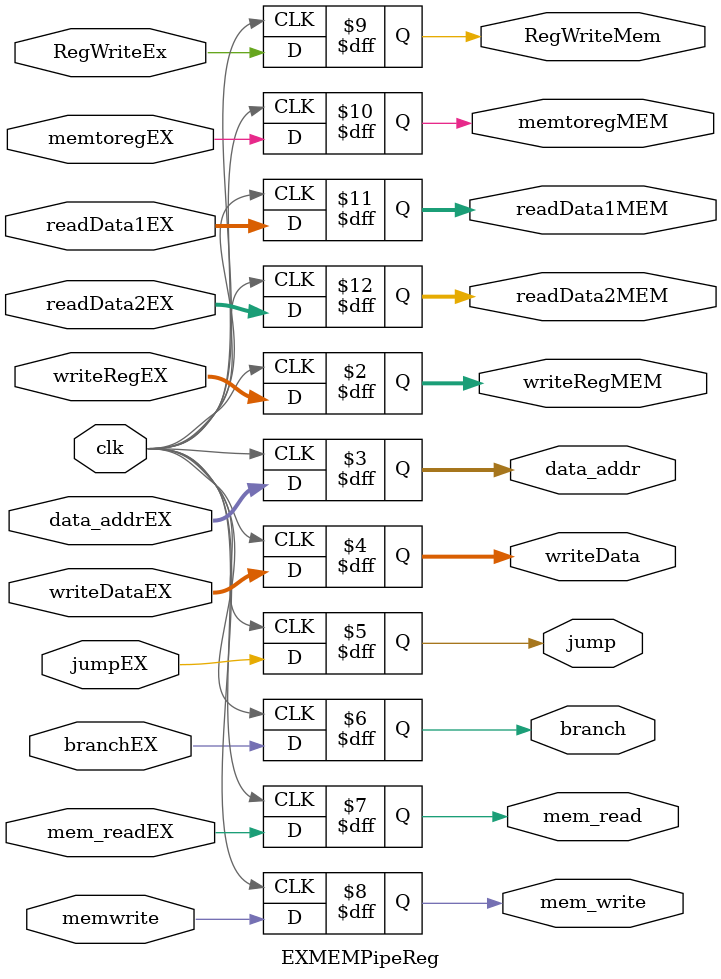
<source format=v>
/****************************************************************************
 * EXMEMPipeReg.v
 ****************************************************************************/

/**
 * Module: EXMEMPipeReg
 * 
 * TODO: Add module documentation
 */
module EXMEMPipeReg(
		input [4:0] writeRegEX,
		input [31:0] data_addrEX,
		input [31:0] writeDataEX,
		//signals used
		input jumpEX, branchEX, mem_readEX, memwrite,
		//signals forwarded
		input RegWriteEx, memtoregEX,
		output reg [4:0] writeRegMEM,
		output reg [31:0] data_addr,
		output reg [31:0] writeData,
		//signals used
		output reg jump, branch, mem_read, mem_write,
		//signals forwarded
		output reg RegWriteMem, memtoregMEM,
		input [31:0] readData1EX,
		input [31:0] readData2EX,
		output reg [31:0] readData1MEM,
		output reg [31:0] readData2MEM,
		input clk);
	
	always @(posedge clk) begin
		writeRegMEM	= writeRegEX;
		data_addr = data_addrEX;
		writeData = writeDataEX;
		//signals used
		jump = jumpEX;
		branch = branchEX;
		mem_read = mem_readEX; 
		mem_write = memwrite;
		//signals forwarded
		RegWriteMem = RegWriteEx;
		memtoregMEM = memtoregEX;
		readData1MEM = readData1EX;
		readData2MEM = readData2EX;
	end

endmodule



</source>
